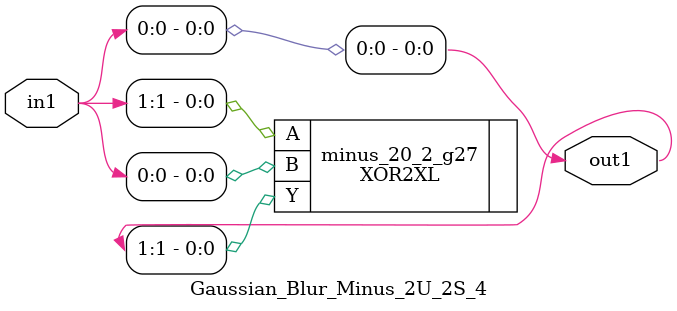
<source format=v>
`timescale 1ps / 1ps


module Gaussian_Blur_Minus_2U_2S_4(in1, out1);
  input [1:0] in1;
  output [1:0] out1;
  wire [1:0] in1;
  wire [1:0] out1;
  assign out1[0] = in1[0];
  XOR2XL minus_20_2_g27(.A (in1[1]), .B (in1[0]), .Y (out1[1]));
endmodule



</source>
